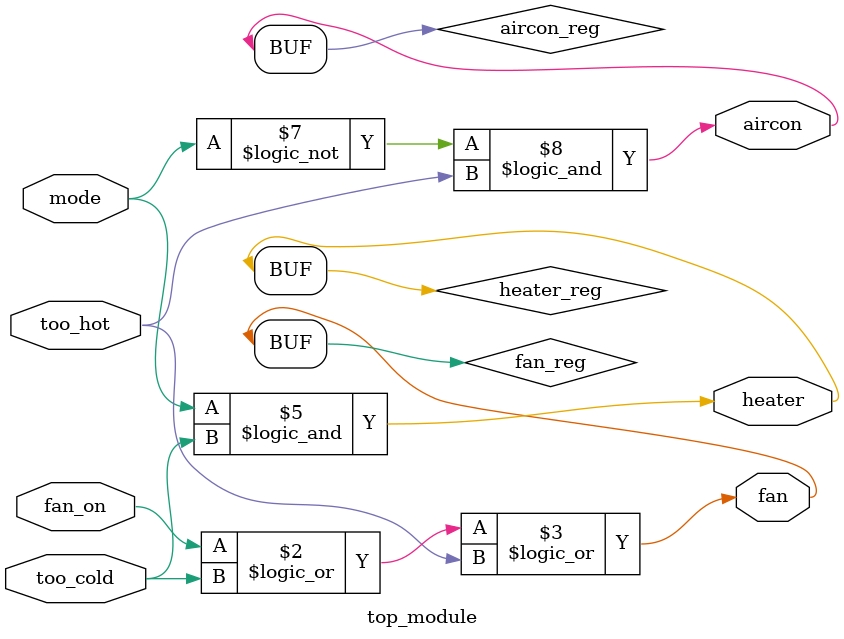
<source format=sv>
module top_module(
    input mode,
    input too_cold,
    input too_hot,
    input fan_on,
    output heater,
    output aircon,
    output fan
);

    reg fan_reg;
    always @(fan_on or too_cold or too_hot) begin
        fan_reg = fan_on || too_cold || too_hot;
    end
    assign fan = fan_reg;

    reg heater_reg;
    always @(mode or too_cold) begin
        heater_reg = mode && too_cold;
    end
    assign heater = heater_reg;

    reg aircon_reg;
    always @(mode or too_hot) begin
        aircon_reg = !mode && too_hot;
    end
    assign aircon = aircon_reg;
    
endmodule

</source>
